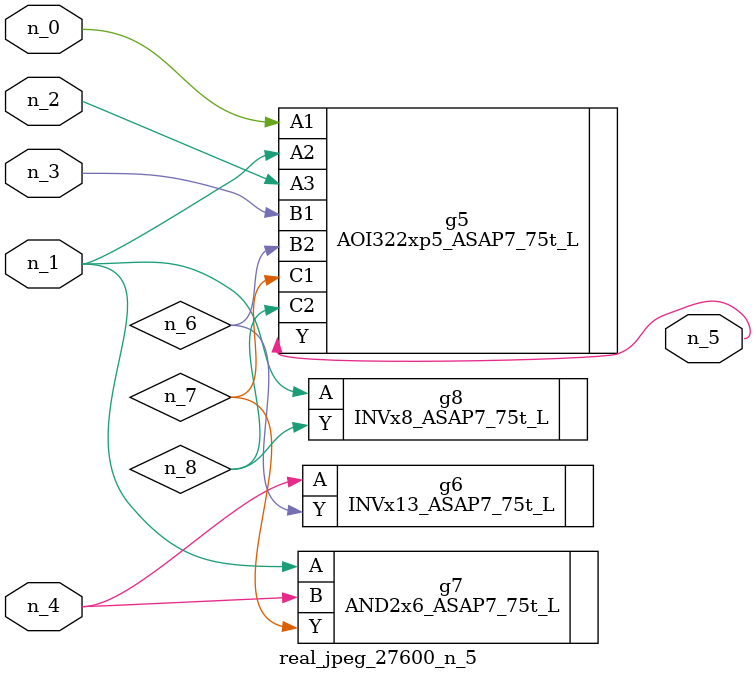
<source format=v>
module real_jpeg_27600_n_5 (n_4, n_0, n_1, n_2, n_3, n_5);

input n_4;
input n_0;
input n_1;
input n_2;
input n_3;

output n_5;

wire n_8;
wire n_6;
wire n_7;

AOI322xp5_ASAP7_75t_L g5 ( 
.A1(n_0),
.A2(n_1),
.A3(n_2),
.B1(n_3),
.B2(n_6),
.C1(n_7),
.C2(n_8),
.Y(n_5)
);

AND2x6_ASAP7_75t_L g7 ( 
.A(n_1),
.B(n_4),
.Y(n_7)
);

INVx8_ASAP7_75t_L g8 ( 
.A(n_1),
.Y(n_8)
);

INVx13_ASAP7_75t_L g6 ( 
.A(n_4),
.Y(n_6)
);


endmodule
</source>
